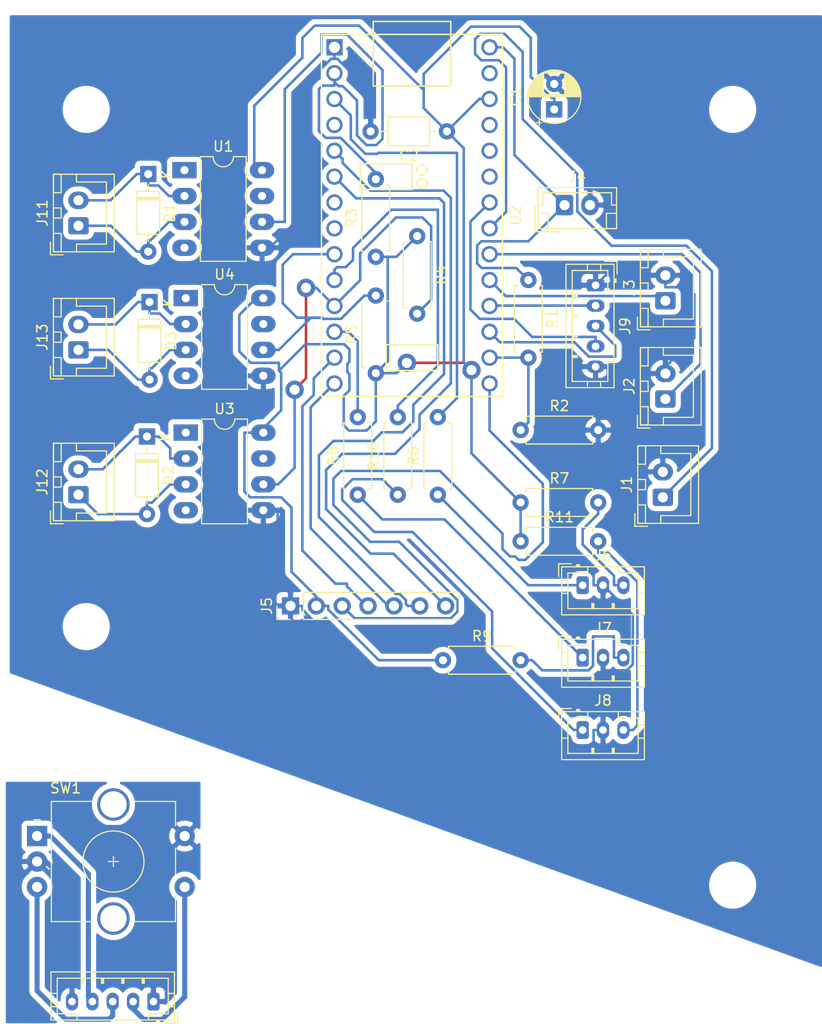
<source format=kicad_pcb>
(kicad_pcb (version 20171130) (host pcbnew 5.1.9+dfsg1-1)
  (layers (0 F.Cu signal) (31 B.Cu signal) (34 B.Paste user hide) (35 F.Paste user hide) (36 B.SilkS user hide) (37 F.SilkS user hide) (38 B.Mask user hide) (39 F.Mask user hide) (44 Edge.Cuts user hide))
  (net 0 "")
  (net 1 +3V3)
  (net 2 GND)
  (net 3 "Net-(D1-Pad1)")
  (net 4 "Net-(D1-Pad2)")
  (net 5 "Net-(D2-Pad2)")
  (net 6 "Net-(D2-Pad1)")
  (net 7 "Net-(D3-Pad1)")
  (net 8 "Net-(D3-Pad2)")
  (net 9 "Net-(J1-Pad1)")
  (net 10 "Net-(J2-Pad1)")
  (net 11 "Net-(J3-Pad1)")
  (net 12 +5V)
  (net 13 "Net-(J5-Pad3)")
  (net 14 "Net-(J5-Pad4)")
  (net 15 "Net-(J5-Pad5)")
  (net 16 "Net-(J5-Pad6)")
  (net 17 "Net-(J5-Pad7)")
  (net 18 "Net-(J6-Pad1)")
  (net 19 "Net-(J6-Pad3)")
  (net 20 "Net-(J7-Pad3)")
  (net 21 "Net-(J7-Pad1)")
  (net 22 "Net-(J8-Pad1)")
  (net 23 "Net-(J8-Pad3)")
  (net 24 "Net-(J9-Pad4)")
  (net 25 "Net-(J9-Pad3)")
  (net 26 "Net-(J9-Pad2)")
  (net 27 "Net-(J10-Pad1)")
  (net 28 "Net-(J10-Pad2)")
  (net 29 "Net-(J10-Pad3)")
  (net 30 "Net-(J10-Pad4)")
  (net 31 "Net-(R1-Pad2)")
  (net 32 /RX1)
  (net 33 /RX2)
  (net 34 /RX3)
  (net 35 /TX1)
  (net 36 /TX2)
  (net 37 /TX3)
  (net 38 "Net-(U1-Pad1)")
  (net 39 "Net-(U1-Pad7)")
  (net 40 "Net-(U1-Pad4)")
  (net 41 "Net-(U2-Pad28)")
  (net 42 "Net-(U2-Pad29)")
  (net 43 "Net-(U2-Pad30)")
  (net 44 "Net-(U2-Pad32)")
  (net 45 "Net-(U2-Pad8)")
  (net 46 "Net-(U2-Pad7)")
  (net 47 "Net-(U2-Pad4)")
  (net 48 "Net-(U3-Pad4)")
  (net 49 "Net-(U3-Pad7)")
  (net 50 "Net-(U3-Pad1)")
  (net 51 "Net-(U4-Pad1)")
  (net 52 "Net-(U4-Pad7)")
  (net 53 "Net-(U4-Pad4)")
  (module Capacitor_THT:CP_Radial_D5.0mm_P2.50mm (layer F.Cu) (at 104.394 45.72 90)
    (fp_text reference C1 (at 1.25 -3.75 90) (layer F.SilkS))
    (fp_text value "100u chem")
    (pad 1 thru_hole rect (at 0 0 90) (size 1.6 1.6) (drill 0.8) (layers *.Cu *.Mask) (net 1 +3V3))
    (pad 2 thru_hole circle (at 2.5 0 90) (size 1.6 1.6) (drill 0.8) (layers *.Cu *.Mask) (net 2 GND))
  )
  (module Capacitor_THT:C_Axial_L3.8mm_D2.6mm_P7.50mm_Horizontal (layer F.Cu) (at 93.853 47.879 180)
    (fp_text reference C2 (at 3.75 -2.42) (layer F.SilkS))
    (fp_text value "0.1u ceram")
    (pad 1 thru_hole circle (at 0 0 180) (size 1.6 1.6) (drill 0.8) (layers *.Cu *.Mask) (net 1 +3V3))
    (pad 2 thru_hole oval (at 7.5 0 180) (size 1.6 1.6) (drill 0.8) (layers *.Cu *.Mask) (net 2 GND))
  )
  (module Diode_THT:D_DO-35_SOD27_P7.62mm_Horizontal (layer F.Cu) (at 64.516 52.07 270)
    (fp_text reference D1 (at 3.81 -2.12 90) (layer F.SilkS))
    (fp_text value 1N914)
    (fp_text user K (at 0 -1.8 90) (layer F.SilkS))
    (pad 1 thru_hole rect (at 0 0 270) (size 1.6 1.6) (drill 0.8) (layers *.Cu *.Mask) (net 3 "Net-(D1-Pad1)"))
    (pad 2 thru_hole oval (at 7.62 0 270) (size 1.6 1.6) (drill 0.8) (layers *.Cu *.Mask) (net 4 "Net-(D1-Pad2)"))
  )
  (module Diode_THT:D_DO-35_SOD27_P7.62mm_Horizontal (layer F.Cu) (at 64.389 77.851 270)
    (fp_text reference D2 (at 3.81 -2.12 90) (layer F.SilkS))
    (fp_text value 1N914)
    (fp_text user K (at 0 -1.8 90) (layer F.SilkS))
    (pad 2 thru_hole oval (at 7.62 0 270) (size 1.6 1.6) (drill 0.8) (layers *.Cu *.Mask) (net 5 "Net-(D2-Pad2)"))
    (pad 1 thru_hole rect (at 0 0 270) (size 1.6 1.6) (drill 0.8) (layers *.Cu *.Mask) (net 6 "Net-(D2-Pad1)"))
  )
  (module Diode_THT:D_DO-35_SOD27_P7.62mm_Horizontal (layer F.Cu) (at 64.643 64.643 270)
    (fp_text reference D3 (at 3.81 -2.12 90) (layer F.SilkS))
    (fp_text value 1N914)
    (fp_text user K (at 0 -1.8 90) (layer F.SilkS))
    (pad 1 thru_hole rect (at 0 0 270) (size 1.6 1.6) (drill 0.8) (layers *.Cu *.Mask) (net 7 "Net-(D3-Pad1)"))
    (pad 2 thru_hole oval (at 7.62 0 270) (size 1.6 1.6) (drill 0.8) (layers *.Cu *.Mask) (net 8 "Net-(D3-Pad2)"))
  )
  (module Connector_JST:JST_EH_B2B-EH-A_1x02_P2.50mm_Vertical (layer F.Cu) (at 105.41 55.118)
    (fp_text reference J4 (at 1.25 -2.8) (layer F.SilkS))
    (fp_text value "Batt IN")
    (pad 1 thru_hole roundrect (at 0 0) (size 1.7 2) (drill 1) (layers *.Cu *.Mask) (roundrect_rratio 0.147059) (net 12 +5V))
    (pad 2 thru_hole oval (at 2.5 0) (size 1.7 2) (drill 1) (layers *.Cu *.Mask) (net 2 GND))
  )
  (module Connector_JST:JST_PH_B5B-PH-K_1x05_P2.00mm_Vertical (layer F.Cu) (at 108.458 62.992 270)
    (fp_text reference J9 (at 4 -2.9 90) (layer F.SilkS))
    (fp_text value "Rot. Enc. Bk/Or:GND - Re:A - Wh:B - Ye:SW")
    (pad 5 thru_hole oval (at 8 0 270) (size 1.2 1.75) (drill 0.75) (layers *.Cu *.Mask) (net 2 GND))
    (pad 4 thru_hole oval (at 6 0 270) (size 1.2 1.75) (drill 0.75) (layers *.Cu *.Mask) (net 24 "Net-(J9-Pad4)"))
    (pad 3 thru_hole oval (at 4 0 270) (size 1.2 1.75) (drill 0.75) (layers *.Cu *.Mask) (net 25 "Net-(J9-Pad3)"))
    (pad 2 thru_hole oval (at 2 0 270) (size 1.2 1.75) (drill 0.75) (layers *.Cu *.Mask) (net 26 "Net-(J9-Pad2)"))
    (pad 1 thru_hole roundrect (at 0 0 270) (size 1.2 1.75) (drill 0.75) (layers *.Cu *.Mask) (roundrect_rratio 0.208333) (net 2 GND))
  )
  (module Connector_JST:JST_PH_B5B-PH-K_1x05_P2.00mm_Vertical (layer F.Cu) (at 65.024 133.35 180)
    (fp_text reference J10 (at 4 -2.9) (layer F.SilkS))
    (fp_text value Conn_01x05_Female)
    (pad 1 thru_hole roundrect (at 0 0 180) (size 1.2 1.75) (drill 0.75) (layers *.Cu *.Mask) (roundrect_rratio 0.208333) (net 27 "Net-(J10-Pad1)"))
    (pad 2 thru_hole oval (at 2 0 180) (size 1.2 1.75) (drill 0.75) (layers *.Cu *.Mask) (net 28 "Net-(J10-Pad2)"))
    (pad 3 thru_hole oval (at 4 0 180) (size 1.2 1.75) (drill 0.75) (layers *.Cu *.Mask) (net 29 "Net-(J10-Pad3)"))
    (pad 4 thru_hole oval (at 6 0 180) (size 1.2 1.75) (drill 0.75) (layers *.Cu *.Mask) (net 30 "Net-(J10-Pad4)"))
    (pad 5 thru_hole oval (at 8 0 180) (size 1.2 1.75) (drill 0.75) (layers *.Cu *.Mask) (net 27 "Net-(J10-Pad1)"))
  )
  (module Resistor_THT:R_Axial_DIN0207_L6.3mm_D2.5mm_P7.62mm_Horizontal (layer F.Cu) (at 101.854 62.484 270)
    (fp_text reference R1 (at 3.81 -2.37 90) (layer F.SilkS))
    (fp_text value 22k)
    (pad 1 thru_hole circle (at 0 0 270) (size 1.6 1.6) (drill 0.8) (layers *.Cu *.Mask) (net 12 +5V))
    (pad 2 thru_hole oval (at 7.62 0 270) (size 1.6 1.6) (drill 0.8) (layers *.Cu *.Mask) (net 31 "Net-(R1-Pad2)"))
  )
  (module Resistor_THT:R_Axial_DIN0207_L6.3mm_D2.5mm_P7.62mm_Horizontal (layer F.Cu) (at 101.092 77.216)
    (fp_text reference R2 (at 3.81 -2.37) (layer F.SilkS))
    (fp_text value 22k)
    (pad 2 thru_hole oval (at 7.62 0) (size 1.6 1.6) (drill 0.8) (layers *.Cu *.Mask) (net 2 GND))
    (pad 1 thru_hole circle (at 0 0) (size 1.6 1.6) (drill 0.8) (layers *.Cu *.Mask) (net 31 "Net-(R1-Pad2)"))
  )
  (module Resistor_THT:R_Axial_DIN0207_L6.3mm_D2.5mm_P7.62mm_Horizontal (layer F.Cu) (at 86.868 60.198 90)
    (fp_text reference R3 (at 3.81 -2.37 90) (layer F.SilkS))
    (fp_text value 220)
    (pad 2 thru_hole oval (at 7.62 0 90) (size 1.6 1.6) (drill 0.8) (layers *.Cu *.Mask) (net 32 /RX1))
    (pad 1 thru_hole circle (at 0 0 90) (size 1.6 1.6) (drill 0.8) (layers *.Cu *.Mask) (net 1 +3V3))
  )
  (module Resistor_THT:R_Axial_DIN0207_L6.3mm_D2.5mm_P7.62mm_Horizontal (layer F.Cu) (at 90.932 58.166 270)
    (fp_text reference R4 (at 3.81 -2.37 90) (layer F.SilkS))
    (fp_text value 220)
    (pad 1 thru_hole circle (at 0 0 270) (size 1.6 1.6) (drill 0.8) (layers *.Cu *.Mask) (net 1 +3V3))
    (pad 2 thru_hole oval (at 7.62 0 270) (size 1.6 1.6) (drill 0.8) (layers *.Cu *.Mask) (net 33 /RX2))
  )
  (module Resistor_THT:R_Axial_DIN0207_L6.3mm_D2.5mm_P7.62mm_Horizontal (layer F.Cu) (at 86.868 71.628 90)
    (fp_text reference R5 (at 3.81 -2.37 90) (layer F.SilkS))
    (fp_text value 220)
    (pad 2 thru_hole oval (at 7.62 0 90) (size 1.6 1.6) (drill 0.8) (layers *.Cu *.Mask) (net 34 /RX3))
    (pad 1 thru_hole circle (at 0 0 90) (size 1.6 1.6) (drill 0.8) (layers *.Cu *.Mask) (net 1 +3V3))
  )
  (module Resistor_THT:R_Axial_DIN0207_L6.3mm_D2.5mm_P7.62mm_Horizontal (layer F.Cu) (at 92.964 83.566 90)
    (fp_text reference R6 (at 3.81 -2.37 90) (layer F.SilkS))
    (fp_text value 10)
    (pad 1 thru_hole circle (at 0 0 90) (size 1.6 1.6) (drill 0.8) (layers *.Cu *.Mask) (net 18 "Net-(J6-Pad1)"))
    (pad 2 thru_hole oval (at 7.62 0 90) (size 1.6 1.6) (drill 0.8) (layers *.Cu *.Mask) (net 35 /TX1))
  )
  (module Resistor_THT:R_Axial_DIN0207_L6.3mm_D2.5mm_P7.62mm_Horizontal (layer F.Cu) (at 101.092 84.328)
    (fp_text reference R7 (at 3.81 -2.37) (layer F.SilkS))
    (fp_text value 33)
    (pad 1 thru_hole circle (at 0 0) (size 1.6 1.6) (drill 0.8) (layers *.Cu *.Mask) (net 1 +3V3))
    (pad 2 thru_hole oval (at 7.62 0) (size 1.6 1.6) (drill 0.8) (layers *.Cu *.Mask) (net 19 "Net-(J6-Pad3)"))
  )
  (module Resistor_THT:R_Axial_DIN0207_L6.3mm_D2.5mm_P7.62mm_Horizontal (layer F.Cu) (at 85.09 83.566 90)
    (fp_text reference R8 (at 3.81 -2.37 90) (layer F.SilkS))
    (fp_text value 10)
    (pad 2 thru_hole oval (at 7.62 0 90) (size 1.6 1.6) (drill 0.8) (layers *.Cu *.Mask) (net 36 /TX2))
    (pad 1 thru_hole circle (at 0 0 90) (size 1.6 1.6) (drill 0.8) (layers *.Cu *.Mask) (net 21 "Net-(J7-Pad1)"))
  )
  (module Resistor_THT:R_Axial_DIN0207_L6.3mm_D2.5mm_P7.62mm_Horizontal (layer F.Cu) (at 93.472 99.822)
    (fp_text reference R9 (at 3.81 -2.37) (layer F.SilkS))
    (fp_text value 33)
    (pad 1 thru_hole circle (at 0 0) (size 1.6 1.6) (drill 0.8) (layers *.Cu *.Mask) (net 1 +3V3))
    (pad 2 thru_hole oval (at 7.62 0) (size 1.6 1.6) (drill 0.8) (layers *.Cu *.Mask) (net 20 "Net-(J7-Pad3)"))
  )
  (module Resistor_THT:R_Axial_DIN0207_L6.3mm_D2.5mm_P7.62mm_Horizontal (layer F.Cu) (at 89.027 83.566 90)
    (fp_text reference R10 (at 3.81 -2.37 90) (layer F.SilkS))
    (fp_text value 10)
    (pad 1 thru_hole circle (at 0 0 90) (size 1.6 1.6) (drill 0.8) (layers *.Cu *.Mask) (net 22 "Net-(J8-Pad1)"))
    (pad 2 thru_hole oval (at 7.62 0 90) (size 1.6 1.6) (drill 0.8) (layers *.Cu *.Mask) (net 37 /TX3))
  )
  (module Resistor_THT:R_Axial_DIN0207_L6.3mm_D2.5mm_P7.62mm_Horizontal (layer F.Cu) (at 101.092 88.138)
    (fp_text reference R11 (at 3.81 -2.37) (layer F.SilkS))
    (fp_text value 33)
    (pad 2 thru_hole oval (at 7.62 0) (size 1.6 1.6) (drill 0.8) (layers *.Cu *.Mask) (net 23 "Net-(J8-Pad3)"))
    (pad 1 thru_hole circle (at 0 0) (size 1.6 1.6) (drill 0.8) (layers *.Cu *.Mask) (net 1 +3V3))
  )
  (module Rotary_Encoder:RotaryEncoder_Alps_EC11E-Switch_Vertical_H20mm_CircularMountingHoles (layer F.Cu) (at 53.594 117.094)
    (fp_text reference SW1 (at 2.8 -4.7) (layer F.SilkS))
    (fp_text value Rotary_Encoder_Switch)
    (pad S1 thru_hole circle (at 14.5 5) (size 2 2) (drill 1) (layers *.Cu *.Mask) (net 28 "Net-(J10-Pad2)"))
    (pad S2 thru_hole circle (at 14.5 0) (size 2 2) (drill 1) (layers *.Cu *.Mask) (net 27 "Net-(J10-Pad1)"))
    (pad MP thru_hole circle (at 7.5 8.1) (size 3.2 3.2) (drill 2.6) (layers *.Cu *.Mask))
    (pad MP thru_hole circle (at 7.5 -3.1) (size 3.2 3.2) (drill 2.6) (layers *.Cu *.Mask))
    (pad B thru_hole circle (at 0 5) (size 2 2) (drill 1) (layers *.Cu *.Mask) (net 29 "Net-(J10-Pad3)"))
    (pad C thru_hole circle (at 0 2.5) (size 2 2) (drill 1) (layers *.Cu *.Mask) (net 27 "Net-(J10-Pad1)"))
    (pad A thru_hole rect (at 0 0) (size 2 2) (drill 1) (layers *.Cu *.Mask) (net 30 "Net-(J10-Pad4)"))
  )
  (module Package_DIP:DIP-8_W7.62mm_LongPads (layer F.Cu) (at 68.072 51.689)
    (fp_text reference U1 (at 3.81 -2.33) (layer F.SilkS))
    (fp_text value 6N138)
    (pad 1 thru_hole rect (at 0 0) (size 2.4 1.6) (drill 0.8) (layers *.Cu *.Mask) (net 38 "Net-(U1-Pad1)"))
    (pad 5 thru_hole oval (at 7.62 7.62) (size 2.4 1.6) (drill 0.8) (layers *.Cu *.Mask) (net 2 GND))
    (pad 2 thru_hole oval (at 0 2.54) (size 2.4 1.6) (drill 0.8) (layers *.Cu *.Mask) (net 3 "Net-(D1-Pad1)"))
    (pad 6 thru_hole oval (at 7.62 5.08) (size 2.4 1.6) (drill 0.8) (layers *.Cu *.Mask) (net 32 /RX1))
    (pad 3 thru_hole oval (at 0 5.08) (size 2.4 1.6) (drill 0.8) (layers *.Cu *.Mask) (net 4 "Net-(D1-Pad2)"))
    (pad 7 thru_hole oval (at 7.62 2.54) (size 2.4 1.6) (drill 0.8) (layers *.Cu *.Mask) (net 39 "Net-(U1-Pad7)"))
    (pad 4 thru_hole oval (at 0 7.62) (size 2.4 1.6) (drill 0.8) (layers *.Cu *.Mask) (net 40 "Net-(U1-Pad4)"))
    (pad 8 thru_hole oval (at 7.62 0) (size 2.4 1.6) (drill 0.8) (layers *.Cu *.Mask) (net 1 +3V3))
  )
  (module teensy:Teensy30_31_32_breadboard_friendly (layer F.Cu) (at 90.424 56.134 270)
    (fp_text reference U2 (at 0 -10.16 90) (layer F.SilkS))
    (fp_text value Teensy3.2_breadboard_friendly hide)
    (pad 20 thru_hole circle (at 16.51 -7.62 270) (size 1.6 1.6) (drill 1.1) (layers *.Cu *.Mask) (net 13 "Net-(J5-Pad3)"))
    (pad 14 thru_hole circle (at 16.51 7.62 270) (size 1.6 1.6) (drill 1.1) (layers *.Cu *.Mask) (net 15 "Net-(J5-Pad5)"))
    (pad 21 thru_hole circle (at 13.97 -7.62 270) (size 1.6 1.6) (drill 1.1) (layers *.Cu *.Mask) (net 31 "Net-(R1-Pad2)"))
    (pad 22 thru_hole circle (at 11.43 -7.62 270) (size 1.6 1.6) (drill 1.1) (layers *.Cu *.Mask) (net 25 "Net-(J9-Pad3)"))
    (pad 23 thru_hole circle (at 8.89 -7.62 270) (size 1.6 1.6) (drill 1.1) (layers *.Cu *.Mask) (net 26 "Net-(J9-Pad2)"))
    (pad 24 thru_hole circle (at 6.35 -7.62 270) (size 1.6 1.6) (drill 1.1) (layers *.Cu *.Mask) (net 11 "Net-(J3-Pad1)"))
    (pad 25 thru_hole circle (at 3.81 -7.62 270) (size 1.6 1.6) (drill 1.1) (layers *.Cu *.Mask) (net 10 "Net-(J2-Pad1)"))
    (pad 26 thru_hole circle (at 1.27 -7.62 270) (size 1.6 1.6) (drill 1.1) (layers *.Cu *.Mask) (net 9 "Net-(J1-Pad1)"))
    (pad 27 thru_hole circle (at -1.27 -7.62 270) (size 1.6 1.6) (drill 1.1) (layers *.Cu *.Mask) (net 24 "Net-(J9-Pad4)"))
    (pad 28 thru_hole circle (at -3.81 -7.62 270) (size 1.6 1.6) (drill 1.1) (layers *.Cu *.Mask) (net 41 "Net-(U2-Pad28)"))
    (pad 29 thru_hole circle (at -6.35 -7.62 270) (size 1.6 1.6) (drill 1.1) (layers *.Cu *.Mask) (net 42 "Net-(U2-Pad29)"))
    (pad 30 thru_hole circle (at -8.89 -7.62 270) (size 1.6 1.6) (drill 1.1) (layers *.Cu *.Mask) (net 43 "Net-(U2-Pad30)"))
    (pad 31 thru_hole circle (at -11.43 -7.62 270) (size 1.6 1.6) (drill 1.1) (layers *.Cu *.Mask) (net 1 +3V3))
    (pad 32 thru_hole circle (at -13.97 -7.62 270) (size 1.6 1.6) (drill 1.1) (layers *.Cu *.Mask) (net 44 "Net-(U2-Pad32)"))
    (pad 33 thru_hole circle (at -16.51 -7.62 270) (size 1.6 1.6) (drill 1.1) (layers *.Cu *.Mask) (net 12 +5V))
    (pad 13 thru_hole circle (at 13.97 7.62 270) (size 1.6 1.6) (drill 1.1) (layers *.Cu *.Mask) (net 14 "Net-(J5-Pad4)"))
    (pad 12 thru_hole circle (at 11.43 7.62 270) (size 1.6 1.6) (drill 1.1) (layers *.Cu *.Mask) (net 36 /TX2))
    (pad 11 thru_hole circle (at 8.89 7.62 270) (size 1.6 1.6) (drill 1.1) (layers *.Cu *.Mask) (net 33 /RX2))
    (pad 10 thru_hole circle (at 6.35 7.62 270) (size 1.6 1.6) (drill 1.1) (layers *.Cu *.Mask) (net 37 /TX3))
    (pad 9 thru_hole circle (at 3.81 7.62 270) (size 1.6 1.6) (drill 1.1) (layers *.Cu *.Mask) (net 34 /RX3))
    (pad 8 thru_hole circle (at 1.27 7.62 270) (size 1.6 1.6) (drill 1.1) (layers *.Cu *.Mask) (net 45 "Net-(U2-Pad8)"))
    (pad 7 thru_hole circle (at -1.27 7.62 270) (size 1.6 1.6) (drill 1.1) (layers *.Cu *.Mask) (net 46 "Net-(U2-Pad7)"))
    (pad 6 thru_hole circle (at -3.81 7.62 270) (size 1.6 1.6) (drill 1.1) (layers *.Cu *.Mask) (net 16 "Net-(J5-Pad6)"))
    (pad 5 thru_hole circle (at -6.35 7.62 270) (size 1.6 1.6) (drill 1.1) (layers *.Cu *.Mask) (net 17 "Net-(J5-Pad7)"))
    (pad 4 thru_hole circle (at -8.89 7.62 270) (size 1.6 1.6) (drill 1.1) (layers *.Cu *.Mask) (net 47 "Net-(U2-Pad4)"))
    (pad 3 thru_hole circle (at -11.43 7.62 270) (size 1.6 1.6) (drill 1.1) (layers *.Cu *.Mask) (net 35 /TX1))
    (pad 2 thru_hole circle (at -13.97 7.62 270) (size 1.6 1.6) (drill 1.1) (layers *.Cu *.Mask) (net 32 /RX1))
    (pad 1 thru_hole rect (at -16.51 7.62 270) (size 1.6 1.6) (drill 1.1) (layers *.Cu *.Mask) (net 2 GND))
  )
  (module Package_DIP:DIP-8_W7.62mm_LongPads (layer F.Cu) (at 68.199 77.47)
    (fp_text reference U3 (at 3.81 -2.33) (layer F.SilkS))
    (fp_text value 6N138)
    (pad 8 thru_hole oval (at 7.62 0) (size 2.4 1.6) (drill 0.8) (layers *.Cu *.Mask) (net 1 +3V3))
    (pad 4 thru_hole oval (at 0 7.62) (size 2.4 1.6) (drill 0.8) (layers *.Cu *.Mask) (net 48 "Net-(U3-Pad4)"))
    (pad 7 thru_hole oval (at 7.62 2.54) (size 2.4 1.6) (drill 0.8) (layers *.Cu *.Mask) (net 49 "Net-(U3-Pad7)"))
    (pad 3 thru_hole oval (at 0 5.08) (size 2.4 1.6) (drill 0.8) (layers *.Cu *.Mask) (net 5 "Net-(D2-Pad2)"))
    (pad 6 thru_hole oval (at 7.62 5.08) (size 2.4 1.6) (drill 0.8) (layers *.Cu *.Mask) (net 33 /RX2))
    (pad 2 thru_hole oval (at 0 2.54) (size 2.4 1.6) (drill 0.8) (layers *.Cu *.Mask) (net 6 "Net-(D2-Pad1)"))
    (pad 5 thru_hole oval (at 7.62 7.62) (size 2.4 1.6) (drill 0.8) (layers *.Cu *.Mask) (net 2 GND))
    (pad 1 thru_hole rect (at 0 0) (size 2.4 1.6) (drill 0.8) (layers *.Cu *.Mask) (net 50 "Net-(U3-Pad1)"))
  )
  (module Package_DIP:DIP-8_W7.62mm_LongPads (layer F.Cu) (at 68.199 64.262)
    (fp_text reference U4 (at 3.81 -2.33) (layer F.SilkS))
    (fp_text value 6N138)
    (pad 1 thru_hole rect (at 0 0) (size 2.4 1.6) (drill 0.8) (layers *.Cu *.Mask) (net 51 "Net-(U4-Pad1)"))
    (pad 5 thru_hole oval (at 7.62 7.62) (size 2.4 1.6) (drill 0.8) (layers *.Cu *.Mask) (net 2 GND))
    (pad 2 thru_hole oval (at 0 2.54) (size 2.4 1.6) (drill 0.8) (layers *.Cu *.Mask) (net 7 "Net-(D3-Pad1)"))
    (pad 6 thru_hole oval (at 7.62 5.08) (size 2.4 1.6) (drill 0.8) (layers *.Cu *.Mask) (net 34 /RX3))
    (pad 3 thru_hole oval (at 0 5.08) (size 2.4 1.6) (drill 0.8) (layers *.Cu *.Mask) (net 8 "Net-(D3-Pad2)"))
    (pad 7 thru_hole oval (at 7.62 2.54) (size 2.4 1.6) (drill 0.8) (layers *.Cu *.Mask) (net 52 "Net-(U4-Pad7)"))
    (pad 4 thru_hole oval (at 0 7.62) (size 2.4 1.6) (drill 0.8) (layers *.Cu *.Mask) (net 53 "Net-(U4-Pad4)"))
    (pad 8 thru_hole oval (at 7.62 0) (size 2.4 1.6) (drill 0.8) (layers *.Cu *.Mask) (net 1 +3V3))
  )
  (module Connector_JST:JST_XH_B2B-XH-A_1x02_P2.50mm_Vertical (layer F.Cu) (at 115.062 83.82 90)
    (fp_text reference J1 (at 1.25 -3.55 90) (layer F.SilkS))
    (fp_text value SW1)
    (pad 2 thru_hole oval (at 2.5 0 90) (size 1.7 2) (drill 1) (layers *.Cu *.Mask) (net 2 GND))
    (pad 1 thru_hole roundrect (at 0 0 90) (size 1.7 2) (drill 1) (layers *.Cu *.Mask) (roundrect_rratio 0.147059) (net 9 "Net-(J1-Pad1)"))
  )
  (module Connector_JST:JST_XH_B2B-XH-A_1x02_P2.50mm_Vertical (layer F.Cu) (at 115.316 74.168 90)
    (fp_text reference J2 (at 1.25 -3.55 90) (layer F.SilkS))
    (fp_text value SW2)
    (pad 2 thru_hole oval (at 2.5 0 90) (size 1.7 2) (drill 1) (layers *.Cu *.Mask) (net 2 GND))
    (pad 1 thru_hole roundrect (at 0 0 90) (size 1.7 2) (drill 1) (layers *.Cu *.Mask) (roundrect_rratio 0.147059) (net 10 "Net-(J2-Pad1)"))
  )
  (module Connector_JST:JST_XH_B2B-XH-A_1x02_P2.50mm_Vertical (layer F.Cu) (at 115.316 64.516 90)
    (fp_text reference J3 (at 1.25 -3.55 90) (layer F.SilkS))
    (fp_text value SW3)
    (pad 1 thru_hole roundrect (at 0 0 90) (size 1.7 2) (drill 1) (layers *.Cu *.Mask) (roundrect_rratio 0.147059) (net 11 "Net-(J3-Pad1)"))
    (pad 2 thru_hole oval (at 2.5 0 90) (size 1.7 2) (drill 1) (layers *.Cu *.Mask) (net 2 GND))
  )
  (module Connector_PinHeader_2.54mm:PinHeader_1x07_P2.54mm_Vertical (layer F.Cu) (at 78.486 94.488 90)
    (fp_text reference J5 (at 0 -2.33 90) (layer F.SilkS))
    (fp_text value "SSD1306 SPI")
    (pad 1 thru_hole rect (at 0 0 90) (size 1.7 1.7) (drill 1) (layers *.Cu *.Mask) (net 2 GND))
    (pad 2 thru_hole oval (at 0 2.54 90) (size 1.7 1.7) (drill 1) (layers *.Cu *.Mask) (net 1 +3V3))
    (pad 3 thru_hole oval (at 0 5.08 90) (size 1.7 1.7) (drill 1) (layers *.Cu *.Mask) (net 13 "Net-(J5-Pad3)"))
    (pad 4 thru_hole oval (at 0 7.62 90) (size 1.7 1.7) (drill 1) (layers *.Cu *.Mask) (net 14 "Net-(J5-Pad4)"))
    (pad 5 thru_hole oval (at 0 10.16 90) (size 1.7 1.7) (drill 1) (layers *.Cu *.Mask) (net 15 "Net-(J5-Pad5)"))
    (pad 6 thru_hole oval (at 0 12.7 90) (size 1.7 1.7) (drill 1) (layers *.Cu *.Mask) (net 16 "Net-(J5-Pad6)"))
    (pad 7 thru_hole oval (at 0 15.24 90) (size 1.7 1.7) (drill 1) (layers *.Cu *.Mask) (net 17 "Net-(J5-Pad7)"))
  )
  (module Connector_JST:JST_PH_B3B-PH-K_1x03_P2.00mm_Vertical (layer F.Cu) (at 107.188 92.456)
    (fp_text reference J6 (at 2 -2.9) (layer F.SilkS))
    (fp_text value "MIDI OUT 1 -Y:M5 R:M4")
    (pad 1 thru_hole roundrect (at 0 0) (size 1.2 1.75) (drill 0.75) (layers *.Cu *.Mask) (roundrect_rratio 0.208333) (net 18 "Net-(J6-Pad1)"))
    (pad 2 thru_hole oval (at 2 0) (size 1.2 1.75) (drill 0.75) (layers *.Cu *.Mask) (net 2 GND))
    (pad 3 thru_hole oval (at 4 0) (size 1.2 1.75) (drill 0.75) (layers *.Cu *.Mask) (net 19 "Net-(J6-Pad3)"))
  )
  (module Connector_JST:JST_PH_B3B-PH-K_1x03_P2.00mm_Vertical (layer F.Cu) (at 107.188 99.568)
    (fp_text reference J7 (at 2 -2.9) (layer F.SilkS))
    (fp_text value "MIDI OUT 2 -Y:M5 R:M4")
    (pad 3 thru_hole oval (at 4 0) (size 1.2 1.75) (drill 0.75) (layers *.Cu *.Mask) (net 20 "Net-(J7-Pad3)"))
    (pad 2 thru_hole oval (at 2 0) (size 1.2 1.75) (drill 0.75) (layers *.Cu *.Mask) (net 2 GND))
    (pad 1 thru_hole roundrect (at 0 0) (size 1.2 1.75) (drill 0.75) (layers *.Cu *.Mask) (roundrect_rratio 0.208333) (net 21 "Net-(J7-Pad1)"))
  )
  (module Connector_JST:JST_PH_B3B-PH-K_1x03_P2.00mm_Vertical (layer F.Cu) (at 107.188 106.68)
    (fp_text reference J8 (at 2 -2.9) (layer F.SilkS))
    (fp_text value "MIDI OUT 3 -Y:M5 R:M4")
    (pad 1 thru_hole roundrect (at 0 0) (size 1.2 1.75) (drill 0.75) (layers *.Cu *.Mask) (roundrect_rratio 0.208333) (net 22 "Net-(J8-Pad1)"))
    (pad 2 thru_hole oval (at 2 0) (size 1.2 1.75) (drill 0.75) (layers *.Cu *.Mask) (net 2 GND))
    (pad 3 thru_hole oval (at 4 0) (size 1.2 1.75) (drill 0.75) (layers *.Cu *.Mask) (net 23 "Net-(J8-Pad3)"))
  )
  (module Connector_JST:JST_XH_B2B-XH-A_1x02_P2.50mm_Vertical (layer F.Cu) (at 57.658 57.15 90)
    (fp_text reference J11 (at 1.25 -3.55 90) (layer F.SilkS))
    (fp_text value "MIDI IN 1 - Bk:M5 R:M4")
    (pad 1 thru_hole roundrect (at 0 0 90) (size 1.7 2) (drill 1) (layers *.Cu *.Mask) (roundrect_rratio 0.147059) (net 4 "Net-(D1-Pad2)"))
    (pad 2 thru_hole oval (at 2.5 0 90) (size 1.7 2) (drill 1) (layers *.Cu *.Mask) (net 3 "Net-(D1-Pad1)"))
  )
  (module Connector_JST:JST_XH_B2B-XH-A_1x02_P2.50mm_Vertical (layer F.Cu) (at 57.658 83.566 90)
    (fp_text reference J12 (at 1.25 -3.55 90) (layer F.SilkS))
    (fp_text value "MIDI IN 2 - Bk:M5 R:M4")
    (pad 2 thru_hole oval (at 2.5 0 90) (size 1.7 2) (drill 1) (layers *.Cu *.Mask) (net 6 "Net-(D2-Pad1)"))
    (pad 1 thru_hole roundrect (at 0 0 90) (size 1.7 2) (drill 1) (layers *.Cu *.Mask) (roundrect_rratio 0.147059) (net 5 "Net-(D2-Pad2)"))
  )
  (module Connector_JST:JST_XH_B2B-XH-A_1x02_P2.50mm_Vertical (layer F.Cu) (at 57.658 69.342 90)
    (fp_text reference J13 (at 1.25 -3.55 90) (layer F.SilkS))
    (fp_text value "MIDI IN 3 - Bk:M5 R:M4")
    (pad 1 thru_hole roundrect (at 0 0 90) (size 1.7 2) (drill 1) (layers *.Cu *.Mask) (roundrect_rratio 0.147059) (net 8 "Net-(D3-Pad2)"))
    (pad 2 thru_hole oval (at 2.5 0 90) (size 1.7 2) (drill 1) (layers *.Cu *.Mask) (net 7 "Net-(D3-Pad1)"))
  )
  (segment (start 88.0427 60.198) (end 88.9 60.198) (width 0.25) (layer B.Cu) (net 1))
  (segment (start 88.9 60.198) (end 90.932 58.166) (width 0.25) (layer B.Cu) (net 1))
  (segment (start 86.868 60.198) (end 88.0427 60.198) (width 0.25) (layer B.Cu) (net 1))
  (segment (start 86.868 71.628) (end 88.0427 70.4533) (width 0.25) (layer B.Cu) (net 1))
  (segment (start 88.0427 70.4533) (end 88.0427 60.198) (width 0.25) (layer B.Cu) (net 1))
  (segment (start 75.819 77.47) (end 75.3855 77.47) (width 0.25) (layer B.Cu) (net 1))
  (segment (start 81.026 94.488) (end 82.2013 94.488) (width 0.25) (layer B.Cu) (net 1))
  (segment (start 93.853 47.879) (end 91.5735 45.5995) (width 0.25) (layer B.Cu) (net 1))
  (segment (start 91.5735 45.5995) (end 91.5735 43.8332) (width 0.25) (layer B.Cu) (net 1))
  (segment (start 82.2013 94.488) (end 82.2013 94.8553) (width 0.25) (layer B.Cu) (net 1))
  (segment (start 82.2013 94.8553) (end 87.168 99.822) (width 0.25) (layer B.Cu) (net 1))
  (segment (start 87.168 99.822) (end 93.472 99.822) (width 0.25) (layer B.Cu) (net 1))
  (segment (start 98.044 44.704) (end 97.028 44.704) (width 0.25) (layer B.Cu) (net 1))
  (segment (start 97.028 44.704) (end 93.853 47.879) (width 0.25) (layer B.Cu) (net 1))
  (segment (start 101.092 88.138) (end 101.092 84.328) (width 0.25) (layer B.Cu) (net 1))
  (segment (start 86.868 71.628) (end 88.9 71.628) (width 0.25) (layer B.Cu) (net 1))
  (segment (start 88.9 71.628) (end 89.916 70.612) (width 0.25) (layer B.Cu) (net 1))
  (segment (start 89.916 70.612) (end 89.916 70.612) (width 0.25) (layer B.Cu) (net 1))
  (via (at 89.916 70.612) (size 1.8) (drill 1) (layers F.Cu B.Cu) (net 1))
  (segment (start 74.9294 51.689) (end 75.692 51.689) (width 0.25) (layer B.Cu) (net 1))
  (segment (start 74.9294 45.3653) (end 74.9294 51.689) (width 0.25) (layer B.Cu) (net 1))
  (segment (start 79.6544 40.6403) (end 74.9294 45.3653) (width 0.25) (layer B.Cu) (net 1))
  (segment (start 79.6544 38.7096) (end 79.6544 40.6403) (width 0.25) (layer B.Cu) (net 1))
  (segment (start 80.8736 37.4904) (end 79.6544 38.7096) (width 0.25) (layer B.Cu) (net 1))
  (segment (start 85.2307 37.4904) (end 80.8736 37.4904) (width 0.25) (layer B.Cu) (net 1))
  (segment (start 91.5735 43.8332) (end 85.2307 37.4904) (width 0.25) (layer B.Cu) (net 1))
  (segment (start 96.266 79.502) (end 96.266 71.3232) (width 0.25) (layer B.Cu) (net 1))
  (segment (start 89.916 70.612) (end 95.5548 70.612) (width 0.25) (layer F.Cu) (net 1))
  (segment (start 101.092 84.328) (end 96.266 79.502) (width 0.25) (layer B.Cu) (net 1))
  (via (at 96.266 71.3232) (size 1.8) (drill 1) (layers F.Cu B.Cu) (net 1))
  (segment (start 95.5548 70.612) (end 96.266 71.3232) (width 0.25) (layer F.Cu) (net 1))
  (segment (start 95.504 70.5612) (end 96.266 71.3232) (width 0.25) (layer B.Cu) (net 1))
  (segment (start 95.504 49.53) (end 95.504 70.5612) (width 0.25) (layer B.Cu) (net 1))
  (segment (start 93.853 47.879) (end 95.504 49.53) (width 0.25) (layer B.Cu) (net 1))
  (segment (start 91.5735 42.2337) (end 91.5735 43.8332) (width 0.25) (layer B.Cu) (net 1))
  (segment (start 96.2152 37.592) (end 91.5735 42.2337) (width 0.25) (layer B.Cu) (net 1))
  (segment (start 102.0893 42.5176) (end 102.0893 38.6909) (width 0.25) (layer B.Cu) (net 1))
  (segment (start 100.9904 37.592) (end 96.2152 37.592) (width 0.25) (layer B.Cu) (net 1))
  (segment (start 104.1664 44.5947) (end 102.0893 42.5176) (width 0.25) (layer B.Cu) (net 1))
  (segment (start 102.0893 38.6909) (end 100.9904 37.592) (width 0.25) (layer B.Cu) (net 1))
  (segment (start 104.394 44.5947) (end 104.1664 44.5947) (width 0.25) (layer B.Cu) (net 1))
  (segment (start 104.394 45.72) (end 104.394 44.5947) (width 0.25) (layer B.Cu) (net 1))
  (segment (start 86.868 71.628) (end 86.868 76.3524) (width 0.25) (layer B.Cu) (net 1))
  (segment (start 86.868 76.3524) (end 85.9536 77.2668) (width 0.25) (layer B.Cu) (net 1))
  (segment (start 84.2264 77.2668) (end 83.7184 76.7588) (width 0.25) (layer B.Cu) (net 1))
  (segment (start 84.2772 73.3044) (end 84.2772 71.7296) (width 0.25) (layer B.Cu) (net 1))
  (segment (start 83.7184 76.7588) (end 83.7184 73.8632) (width 0.25) (layer B.Cu) (net 1))
  (segment (start 83.7184 73.8632) (end 84.2772 73.3044) (width 0.25) (layer B.Cu) (net 1))
  (segment (start 85.9536 77.2668) (end 84.2264 77.2668) (width 0.25) (layer B.Cu) (net 1))
  (segment (start 84.2772 71.7296) (end 84.074 71.5264) (width 0.25) (layer B.Cu) (net 1))
  (segment (start 84.074 70.7136) (end 84.2772 70.5104) (width 0.25) (layer B.Cu) (net 1))
  (segment (start 79.9529 68.7832) (end 77.3526 71.3835) (width 0.25) (layer B.Cu) (net 1))
  (segment (start 84.074 71.5264) (end 84.074 70.7136) (width 0.25) (layer B.Cu) (net 1))
  (segment (start 84.2772 70.5104) (end 84.2772 69.2912) (width 0.25) (layer B.Cu) (net 1))
  (segment (start 84.2772 69.2912) (end 83.7692 68.7832) (width 0.25) (layer B.Cu) (net 1))
  (segment (start 83.7692 68.7832) (end 79.9529 68.7832) (width 0.25) (layer B.Cu) (net 1))
  (segment (start 73.4568 69.4944) (end 73.4568 65.9107) (width 0.25) (layer B.Cu) (net 1))
  (segment (start 74.5744 70.612) (end 73.4568 69.4944) (width 0.25) (layer B.Cu) (net 1))
  (segment (start 73.4568 65.9107) (end 75.1055 64.262) (width 0.25) (layer B.Cu) (net 1))
  (segment (start 77.3526 70.612) (end 74.5744 70.612) (width 0.25) (layer B.Cu) (net 1))
  (segment (start 75.1055 64.262) (end 75.819 64.262) (width 0.25) (layer B.Cu) (net 1))
  (segment (start 77.3526 71.3835) (end 77.3526 70.612) (width 0.25) (layer B.Cu) (net 1))
  (segment (start 77.5716 71.6025) (end 77.3526 71.3835) (width 0.25) (layer B.Cu) (net 1))
  (segment (start 77.5716 75.2839) (end 77.5716 71.6025) (width 0.25) (layer B.Cu) (net 1))
  (segment (start 75.3855 77.47) (end 77.5716 75.2839) (width 0.25) (layer B.Cu) (net 1))
  (segment (start 78.5876 84.836) (end 78.5876 91.1352) (width 0.25) (layer B.Cu) (net 1))
  (segment (start 77.5716 83.82) (end 78.5876 84.836) (width 0.25) (layer B.Cu) (net 1))
  (segment (start 74.5236 83.82) (end 77.5716 83.82) (width 0.25) (layer B.Cu) (net 1))
  (segment (start 78.5876 91.1352) (end 81.026 93.5736) (width 0.25) (layer B.Cu) (net 1))
  (segment (start 73.9648 83.2612) (end 74.5236 83.82) (width 0.25) (layer B.Cu) (net 1))
  (segment (start 81.026 93.5736) (end 81.026 94.488) (width 0.25) (layer B.Cu) (net 1))
  (segment (start 73.9648 77.47) (end 73.9648 83.2612) (width 0.25) (layer B.Cu) (net 1))
  (segment (start 75.3855 77.47) (end 73.9648 77.47) (width 0.25) (layer B.Cu) (net 1))
  (segment (start 74.2937 71.882) (end 73.8087 71.882) (width 0.25) (layer B.Cu) (net 2))
  (segment (start 108.712 77.216) (end 108.712 76.0907) (width 0.25) (layer B.Cu) (net 2))
  (segment (start 109.6583 71.668) (end 109.6583 76.0907) (width 0.25) (layer B.Cu) (net 2))
  (segment (start 109.6583 70.992) (end 109.6583 71.668) (width 0.25) (layer B.Cu) (net 2))
  (segment (start 113.9907 71.668) (end 109.6583 71.668) (width 0.25) (layer B.Cu) (net 2))
  (segment (start 109.6583 76.0907) (end 108.712 76.0907) (width 0.25) (layer B.Cu) (net 2))
  (segment (start 115.062 80.1447) (end 111.008 76.0907) (width 0.25) (layer B.Cu) (net 2))
  (segment (start 111.008 76.0907) (end 109.6583 76.0907) (width 0.25) (layer B.Cu) (net 2))
  (segment (start 82.804 40.7493) (end 83.0853 40.7493) (width 0.25) (layer B.Cu) (net 2))
  (segment (start 83.0853 40.7493) (end 86.353 44.017) (width 0.25) (layer B.Cu) (net 2))
  (segment (start 86.353 44.017) (end 86.353 47.879) (width 0.25) (layer B.Cu) (net 2))
  (segment (start 75.819 71.882) (end 74.2937 71.882) (width 0.25) (layer B.Cu) (net 2))
  (segment (start 76.2525 85.09) (end 77.2317 85.09) (width 0.25) (layer B.Cu) (net 2))
  (segment (start 108.8255 70.992) (end 108.458 70.992) (width 0.25) (layer B.Cu) (net 2))
  (segment (start 108.8255 70.992) (end 109.6583 70.992) (width 0.25) (layer B.Cu) (net 2))
  (segment (start 78.486 94.488) (end 78.486 93.3127) (width 0.25) (layer B.Cu) (net 2))
  (segment (start 75.819 85.09) (end 76.2525 85.09) (width 0.25) (layer B.Cu) (net 2))
  (segment (start 77.2317 85.09) (end 77.2317 92.0584) (width 0.25) (layer B.Cu) (net 2))
  (segment (start 77.2317 92.0584) (end 78.486 93.3127) (width 0.25) (layer B.Cu) (net 2))
  (segment (start 114.6534 71.668) (end 113.9907 71.668) (width 0.25) (layer B.Cu) (net 2))
  (segment (start 115.316 71.668) (end 114.6534 71.668) (width 0.25) (layer B.Cu) (net 2))
  (segment (start 115.062 81.32) (end 115.062 80.1447) (width 0.25) (layer B.Cu) (net 2))
  (segment (start 107.91 55.118) (end 107.91 46.736) (width 0.25) (layer B.Cu) (net 2))
  (segment (start 107.91 46.736) (end 104.394 43.22) (width 0.25) (layer B.Cu) (net 2))
  (segment (start 115.316 62.016) (end 109.434 62.016) (width 0.25) (layer B.Cu) (net 2))
  (segment (start 109.434 62.016) (end 108.458 62.992) (width 0.25) (layer B.Cu) (net 2))
  (segment (start 109.188 100.815) (end 109.188 106.68) (width 0.25) (layer B.Cu) (net 2))
  (segment (start 82.804 39.624) (end 82.804 40.7493) (width 0.25) (layer B.Cu) (net 2))
  (segment (start 109.188 100.815) (end 111.5299 100.815) (width 0.25) (layer B.Cu) (net 2))
  (segment (start 111.5299 100.815) (end 112.1133 100.2316) (width 0.25) (layer B.Cu) (net 2))
  (segment (start 112.1133 100.2316) (end 112.1133 95.3813) (width 0.25) (layer B.Cu) (net 2))
  (segment (start 112.1133 95.3813) (end 109.188 92.456) (width 0.25) (layer B.Cu) (net 2))
  (segment (start 109.188 100.815) (end 109.188 99.568) (width 0.25) (layer B.Cu) (net 2))
  (segment (start 115.316 63.1913) (end 115.316 62.016) (width 0.25) (layer B.Cu) (net 2))
  (segment (start 117.4457 63.1913) (end 115.316 63.1913) (width 0.25) (layer B.Cu) (net 2))
  (segment (start 118.1608 63.9064) (end 117.4457 63.1913) (width 0.25) (layer B.Cu) (net 2))
  (segment (start 118.1608 68.1606) (end 118.1608 63.9064) (width 0.25) (layer B.Cu) (net 2))
  (segment (start 114.6534 71.668) (end 118.1608 68.1606) (width 0.25) (layer B.Cu) (net 2))
  (segment (start 117.9068 86.5124) (end 121.158 83.2612) (width 0.25) (layer B.Cu) (net 2))
  (segment (start 121.158 83.2612) (end 121.158 60.6044) (width 0.25) (layer B.Cu) (net 2))
  (segment (start 113.6051 86.5124) (end 117.9068 86.5124) (width 0.25) (layer B.Cu) (net 2))
  (segment (start 109.1855 82.0928) (end 113.6051 86.5124) (width 0.25) (layer B.Cu) (net 2))
  (segment (start 115.6716 55.118) (end 107.91 55.118) (width 0.25) (layer B.Cu) (net 2))
  (segment (start 121.158 60.6044) (end 115.6716 55.118) (width 0.25) (layer B.Cu) (net 2))
  (segment (start 108.712 82.0928) (end 109.1855 82.0928) (width 0.25) (layer B.Cu) (net 2))
  (segment (start 108.2627 92.456) (end 109.188 92.456) (width 0.25) (layer B.Cu) (net 2))
  (segment (start 108.2627 91.5307) (end 108.2627 92.456) (width 0.25) (layer B.Cu) (net 2))
  (segment (start 106.0704 89.3384) (end 108.2627 91.5307) (width 0.25) (layer B.Cu) (net 2))
  (segment (start 106.0704 84.4804) (end 106.0704 89.3384) (width 0.25) (layer B.Cu) (net 2))
  (segment (start 108.5088 82.2452) (end 108.3056 82.2452) (width 0.25) (layer B.Cu) (net 2))
  (segment (start 108.712 82.042) (end 108.5088 82.2452) (width 0.25) (layer B.Cu) (net 2))
  (segment (start 108.3056 82.2452) (end 106.0704 84.4804) (width 0.25) (layer B.Cu) (net 2))
  (segment (start 108.712 77.216) (end 108.712 82.042) (width 0.25) (layer B.Cu) (net 2))
  (segment (start 79.6613 94.8553) (end 79.6613 94.488) (width 0.25) (layer B.Cu) (net 2))
  (segment (start 93.1116 108.3056) (end 79.6613 94.8553) (width 0.25) (layer B.Cu) (net 2))
  (segment (start 108.2627 108.3056) (end 93.1116 108.3056) (width 0.25) (layer B.Cu) (net 2))
  (segment (start 108.2627 106.68) (end 108.2627 108.3056) (width 0.25) (layer B.Cu) (net 2))
  (segment (start 79.6613 94.488) (end 78.486 94.488) (width 0.25) (layer B.Cu) (net 2))
  (segment (start 109.188 106.68) (end 108.2627 106.68) (width 0.25) (layer B.Cu) (net 2))
  (segment (start 82.4915 40.7493) (end 82.804 40.7493) (width 0.25) (layer B.Cu) (net 2))
  (segment (start 80.1304 55.6333) (end 80.1304 43.1104) (width 0.25) (layer B.Cu) (net 2))
  (segment (start 80.1304 43.1104) (end 82.4915 40.7493) (width 0.25) (layer B.Cu) (net 2))
  (segment (start 76.4547 59.309) (end 80.1304 55.6333) (width 0.25) (layer B.Cu) (net 2))
  (segment (start 75.692 59.309) (end 76.4547 59.309) (width 0.25) (layer B.Cu) (net 2))
  (segment (start 71.9836 73.7071) (end 73.8087 71.882) (width 0.25) (layer B.Cu) (net 2))
  (segment (start 71.9836 82.7799) (end 71.9836 73.7071) (width 0.25) (layer B.Cu) (net 2))
  (segment (start 74.2937 85.09) (end 71.9836 82.7799) (width 0.25) (layer B.Cu) (net 2))
  (segment (start 75.819 85.09) (end 74.2937 85.09) (width 0.25) (layer B.Cu) (net 2))
  (segment (start 74.1667 59.309) (end 75.692 59.309) (width 0.25) (layer B.Cu) (net 2))
  (segment (start 72.0344 61.4413) (end 74.1667 59.309) (width 0.25) (layer B.Cu) (net 2))
  (segment (start 72.0344 70.1077) (end 72.0344 61.4413) (width 0.25) (layer B.Cu) (net 2))
  (segment (start 73.8087 71.882) (end 72.0344 70.1077) (width 0.25) (layer B.Cu) (net 2))
  (segment (start 64.516 52.07) (end 64.516 53.1953) (width 0.25) (layer B.Cu) (net 3))
  (segment (start 68.072 54.229) (end 66.5467 54.229) (width 0.25) (layer B.Cu) (net 3))
  (segment (start 66.5467 54.229) (end 65.513 53.1953) (width 0.25) (layer B.Cu) (net 3))
  (segment (start 65.513 53.1953) (end 64.516 53.1953) (width 0.25) (layer B.Cu) (net 3))
  (segment (start 64.516 52.07) (end 63.3907 52.07) (width 0.25) (layer B.Cu) (net 3))
  (segment (start 57.658 54.65) (end 60.8107 54.65) (width 0.25) (layer B.Cu) (net 3))
  (segment (start 60.8107 54.65) (end 63.3907 52.07) (width 0.25) (layer B.Cu) (net 3))
  (segment (start 64.516 59.69) (end 64.516 58.5647) (width 0.25) (layer B.Cu) (net 4))
  (segment (start 68.072 56.769) (end 66.5467 56.769) (width 0.25) (layer B.Cu) (net 4))
  (segment (start 66.5467 56.769) (end 64.751 58.5647) (width 0.25) (layer B.Cu) (net 4))
  (segment (start 64.751 58.5647) (end 64.516 58.5647) (width 0.25) (layer B.Cu) (net 4))
  (segment (start 64.516 59.69) (end 63.3907 59.69) (width 0.25) (layer B.Cu) (net 4))
  (segment (start 57.658 57.15) (end 60.8507 57.15) (width 0.25) (layer B.Cu) (net 4))
  (segment (start 60.8507 57.15) (end 63.3907 59.69) (width 0.25) (layer B.Cu) (net 4))
  (segment (start 64.389 85.471) (end 64.389 84.3457) (width 0.25) (layer B.Cu) (net 5))
  (segment (start 68.199 82.55) (end 66.6737 82.55) (width 0.25) (layer B.Cu) (net 5))
  (segment (start 66.6737 82.55) (end 64.878 84.3457) (width 0.25) (layer B.Cu) (net 5))
  (segment (start 64.878 84.3457) (end 64.389 84.3457) (width 0.25) (layer B.Cu) (net 5))
  (segment (start 57.658 83.566) (end 59.563 85.471) (width 0.25) (layer B.Cu) (net 5))
  (segment (start 59.563 85.471) (end 64.389 85.471) (width 0.25) (layer B.Cu) (net 5))
  (segment (start 68.199 80.01) (end 66.6737 80.01) (width 0.25) (layer B.Cu) (net 6))
  (segment (start 64.389 77.851) (end 65.5143 77.851) (width 0.25) (layer B.Cu) (net 6))
  (segment (start 66.6737 80.01) (end 66.6737 79.0104) (width 0.25) (layer B.Cu) (net 6))
  (segment (start 66.6737 79.0104) (end 65.5143 77.851) (width 0.25) (layer B.Cu) (net 6))
  (segment (start 64.389 77.851) (end 63.2637 77.851) (width 0.25) (layer B.Cu) (net 6))
  (segment (start 57.658 81.066) (end 60.0487 81.066) (width 0.25) (layer B.Cu) (net 6))
  (segment (start 60.0487 81.066) (end 63.2637 77.851) (width 0.25) (layer B.Cu) (net 6))
  (segment (start 64.643 64.643) (end 64.643 65.7683) (width 0.25) (layer B.Cu) (net 7))
  (segment (start 68.199 66.802) (end 66.6737 66.802) (width 0.25) (layer B.Cu) (net 7))
  (segment (start 66.6737 66.802) (end 65.64 65.7683) (width 0.25) (layer B.Cu) (net 7))
  (segment (start 65.64 65.7683) (end 64.643 65.7683) (width 0.25) (layer B.Cu) (net 7))
  (segment (start 64.643 64.643) (end 63.5177 64.643) (width 0.25) (layer B.Cu) (net 7))
  (segment (start 57.658 66.842) (end 61.3187 66.842) (width 0.25) (layer B.Cu) (net 7))
  (segment (start 61.3187 66.842) (end 63.5177 64.643) (width 0.25) (layer B.Cu) (net 7))
  (segment (start 64.643 72.263) (end 64.643 71.1377) (width 0.25) (layer B.Cu) (net 8))
  (segment (start 68.199 69.342) (end 66.6737 69.342) (width 0.25) (layer B.Cu) (net 8))
  (segment (start 66.6737 69.342) (end 64.878 71.1377) (width 0.25) (layer B.Cu) (net 8))
  (segment (start 64.878 71.1377) (end 64.643 71.1377) (width 0.25) (layer B.Cu) (net 8))
  (segment (start 64.643 72.263) (end 63.5177 72.263) (width 0.25) (layer B.Cu) (net 8))
  (segment (start 57.658 69.342) (end 60.5967 69.342) (width 0.25) (layer B.Cu) (net 8))
  (segment (start 60.5967 69.342) (end 63.5177 72.263) (width 0.25) (layer B.Cu) (net 8))
  (segment (start 119.888 78.994) (end 115.062 83.82) (width 0.25) (layer B.Cu) (net 9))
  (segment (start 119.888 61.6204) (end 119.888 78.994) (width 0.25) (layer B.Cu) (net 9))
  (segment (start 117.3774 59.1098) (end 119.888 61.6204) (width 0.25) (layer B.Cu) (net 9))
  (segment (start 98.044 57.404) (end 99.6696 55.7784) (width 0.25) (layer B.Cu) (net 9))
  (segment (start 110.0212 59.1098) (end 117.3774 59.1098) (width 0.25) (layer B.Cu) (net 9))
  (segment (start 96.6216 38.8112) (end 97.1296 38.3032) (width 0.25) (layer B.Cu) (net 9))
  (segment (start 99.6696 55.7784) (end 99.6696 41.6052) (width 0.25) (layer B.Cu) (net 9))
  (segment (start 99.6696 41.6052) (end 98.9584 40.894) (width 0.25) (layer B.Cu) (net 9))
  (segment (start 97.2312 40.894) (end 96.6216 40.2844) (width 0.25) (layer B.Cu) (net 9))
  (segment (start 98.9584 40.894) (end 97.2312 40.894) (width 0.25) (layer B.Cu) (net 9))
  (segment (start 97.1296 38.3032) (end 99.5172 38.3032) (width 0.25) (layer B.Cu) (net 9))
  (segment (start 96.6216 40.2844) (end 96.6216 38.8112) (width 0.25) (layer B.Cu) (net 9))
  (segment (start 106.6605 55.7491) (end 110.0212 59.1098) (width 0.25) (layer B.Cu) (net 9))
  (segment (start 99.5172 38.3032) (end 101.2952 40.0812) (width 0.25) (layer B.Cu) (net 9))
  (segment (start 101.2952 40.0812) (end 101.2952 46.6852) (width 0.25) (layer B.Cu) (net 9))
  (segment (start 106.6605 52.0505) (end 106.6605 55.7491) (width 0.25) (layer B.Cu) (net 9))
  (segment (start 101.2952 46.6852) (end 106.6605 52.0505) (width 0.25) (layer B.Cu) (net 9))
  (segment (start 118.7704 70.7136) (end 115.316 74.168) (width 0.25) (layer B.Cu) (net 10))
  (segment (start 118.7704 61.7728) (end 118.7704 70.7136) (width 0.25) (layer B.Cu) (net 10))
  (segment (start 116.9416 59.944) (end 118.7704 61.7728) (width 0.25) (layer B.Cu) (net 10))
  (segment (start 98.044 59.944) (end 116.9416 59.944) (width 0.25) (layer B.Cu) (net 10))
  (segment (start 115.316 64.516) (end 114.8581 64.0581) (width 0.25) (layer B.Cu) (net 11))
  (segment (start 114.8581 64.0581) (end 99.6181 64.0581) (width 0.25) (layer B.Cu) (net 11))
  (segment (start 99.6181 64.0581) (end 98.044 62.484) (width 0.25) (layer B.Cu) (net 11))
  (segment (start 100.669 61.299) (end 101.854 62.484) (width 0.25) (layer B.Cu) (net 12))
  (segment (start 97.2654 61.299) (end 100.669 61.299) (width 0.25) (layer B.Cu) (net 12))
  (segment (start 96.8248 60.8584) (end 97.2654 61.299) (width 0.25) (layer B.Cu) (net 12))
  (segment (start 96.8248 59.0804) (end 96.8248 60.8584) (width 0.25) (layer B.Cu) (net 12))
  (segment (start 97.2312 58.674) (end 96.8248 59.0804) (width 0.25) (layer B.Cu) (net 12))
  (segment (start 101.854 58.674) (end 97.2312 58.674) (width 0.25) (layer B.Cu) (net 12))
  (segment (start 105.41 55.118) (end 101.854 58.674) (width 0.25) (layer B.Cu) (net 12))
  (segment (start 100.4824 50.1904) (end 105.41 55.118) (width 0.25) (layer B.Cu) (net 12))
  (segment (start 99.3648 39.624) (end 100.4824 40.7416) (width 0.25) (layer B.Cu) (net 12))
  (segment (start 100.4824 40.7416) (end 100.4824 50.1904) (width 0.25) (layer B.Cu) (net 12))
  (segment (start 98.044 39.624) (end 99.3648 39.624) (width 0.25) (layer B.Cu) (net 12))
  (segment (start 98.044 77.2668) (end 98.044 72.644) (width 0.25) (layer B.Cu) (net 13))
  (segment (start 103.2764 82.4992) (end 98.044 77.2668) (width 0.25) (layer B.Cu) (net 13))
  (segment (start 103.2764 88.2396) (end 103.2764 82.4992) (width 0.25) (layer B.Cu) (net 13))
  (segment (start 100.8888 89.9668) (end 101.5492 89.9668) (width 0.25) (layer B.Cu) (net 13))
  (segment (start 83.566 94.488) (end 84.7834 95.7054) (width 0.25) (layer B.Cu) (net 13))
  (segment (start 101.5492 89.9668) (end 103.2764 88.2396) (width 0.25) (layer B.Cu) (net 13))
  (segment (start 84.7834 95.7054) (end 94.2392 95.7054) (width 0.25) (layer B.Cu) (net 13))
  (segment (start 82.7024 81.9912) (end 83.4644 81.2292) (width 0.25) (layer B.Cu) (net 13))
  (segment (start 94.2392 95.7054) (end 94.9075 95.0371) (width 0.25) (layer B.Cu) (net 13))
  (segment (start 94.9075 95.0371) (end 94.9075 93.9345) (width 0.25) (layer B.Cu) (net 13))
  (segment (start 83.4644 81.2292) (end 93.1672 81.2292) (width 0.25) (layer B.Cu) (net 13))
  (segment (start 100.043999 89.629999) (end 100.551999 89.629999) (width 0.25) (layer B.Cu) (net 13))
  (segment (start 93.1672 81.2292) (end 99.314 87.376) (width 0.25) (layer B.Cu) (net 13))
  (segment (start 94.9075 93.9345) (end 89.1618 88.1888) (width 0.25) (layer B.Cu) (net 13))
  (segment (start 89.1618 88.1888) (end 86.3092 88.1888) (width 0.25) (layer B.Cu) (net 13))
  (segment (start 86.3092 88.1888) (end 82.7024 84.582) (width 0.25) (layer B.Cu) (net 13))
  (segment (start 100.551999 89.629999) (end 100.8888 89.9668) (width 0.25) (layer B.Cu) (net 13))
  (segment (start 82.7024 84.582) (end 82.7024 81.9912) (width 0.25) (layer B.Cu) (net 13))
  (segment (start 99.314 88.9) (end 100.043999 89.629999) (width 0.25) (layer B.Cu) (net 13))
  (segment (start 99.314 87.376) (end 99.314 88.9) (width 0.25) (layer B.Cu) (net 13))
  (segment (start 80.772 72.136) (end 82.804 70.104) (width 0.25) (layer B.Cu) (net 14))
  (segment (start 79.6544 74.8792) (end 80.772 73.7616) (width 0.25) (layer B.Cu) (net 14))
  (segment (start 80.772 73.7616) (end 80.772 72.136) (width 0.25) (layer B.Cu) (net 14))
  (segment (start 79.6544 89.0524) (end 79.6544 74.8792) (width 0.25) (layer B.Cu) (net 14))
  (segment (start 84.0232 92.3036) (end 82.9056 92.3036) (width 0.25) (layer B.Cu) (net 14))
  (segment (start 82.9056 92.3036) (end 79.6544 89.0524) (width 0.25) (layer B.Cu) (net 14))
  (segment (start 85.9536 94.488) (end 84.0232 92.5576) (width 0.25) (layer B.Cu) (net 14))
  (segment (start 84.0232 92.5576) (end 84.0232 92.3036) (width 0.25) (layer B.Cu) (net 14))
  (segment (start 86.106 94.488) (end 85.9536 94.488) (width 0.25) (layer B.Cu) (net 14))
  (segment (start 88.0872 94.488) (end 88.646 94.488) (width 0.25) (layer B.Cu) (net 15))
  (segment (start 80.4672 74.9808) (end 80.4672 86.868) (width 0.25) (layer B.Cu) (net 15))
  (segment (start 80.4672 86.868) (end 88.0872 94.488) (width 0.25) (layer B.Cu) (net 15))
  (segment (start 82.804 72.644) (end 80.4672 74.9808) (width 0.25) (layer B.Cu) (net 15))
  (segment (start 84.9376 54.4576) (end 82.804 52.324) (width 0.25) (layer B.Cu) (net 16))
  (segment (start 93.5736 54.9148) (end 93.1164 54.4576) (width 0.25) (layer B.Cu) (net 16))
  (segment (start 91.186 94.488) (end 90.0176 94.488) (width 0.25) (layer B.Cu) (net 16))
  (segment (start 90.0176 94.488) (end 89.821001 94.291401) (width 0.25) (layer B.Cu) (net 16))
  (segment (start 81.28 79.7052) (end 82.7024 78.2828) (width 0.25) (layer B.Cu) (net 16))
  (segment (start 89.821001 94.291401) (end 89.821001 93.923999) (width 0.25) (layer B.Cu) (net 16))
  (segment (start 93.1164 54.4576) (end 84.9376 54.4576) (width 0.25) (layer B.Cu) (net 16))
  (segment (start 89.821001 93.923999) (end 89.210001 93.312999) (width 0.25) (layer B.Cu) (net 16))
  (segment (start 89.4956 77.4332) (end 90.5513 76.3775) (width 0.25) (layer B.Cu) (net 16))
  (segment (start 93.5736 71.7175) (end 93.5736 54.9148) (width 0.25) (layer B.Cu) (net 16))
  (segment (start 82.7024 78.2828) (end 86.614 78.2828) (width 0.25) (layer B.Cu) (net 16))
  (segment (start 90.5513 74.7398) (end 93.5736 71.7175) (width 0.25) (layer B.Cu) (net 16))
  (segment (start 88.842599 93.312999) (end 81.28 85.7504) (width 0.25) (layer B.Cu) (net 16))
  (segment (start 89.210001 93.312999) (end 88.842599 93.312999) (width 0.25) (layer B.Cu) (net 16))
  (segment (start 81.28 85.7504) (end 81.28 79.7052) (width 0.25) (layer B.Cu) (net 16))
  (segment (start 87.4636 77.4332) (end 89.4956 77.4332) (width 0.25) (layer B.Cu) (net 16))
  (segment (start 86.614 78.2828) (end 87.4636 77.4332) (width 0.25) (layer B.Cu) (net 16))
  (segment (start 90.5513 76.3775) (end 90.5513 74.7398) (width 0.25) (layer B.Cu) (net 16))
  (segment (start 83.603999 50.583999) (end 82.804 49.784) (width 0.25) (layer B.Cu) (net 17))
  (segment (start 83.603999 50.979001) (end 83.603999 50.583999) (width 0.25) (layer B.Cu) (net 17))
  (segment (start 86.327999 53.703001) (end 83.603999 50.979001) (width 0.25) (layer B.Cu) (net 17))
  (segment (start 93.726 94.488) (end 88.5952 89.3572) (width 0.25) (layer B.Cu) (net 17))
  (segment (start 88.5952 89.3572) (end 86.36 89.3572) (width 0.25) (layer B.Cu) (net 17))
  (segment (start 86.36 89.3572) (end 81.9912 84.9884) (width 0.25) (layer B.Cu) (net 17))
  (segment (start 83.566 79.5528) (end 88.7476 79.5528) (width 0.25) (layer B.Cu) (net 17))
  (segment (start 81.9912 84.9884) (end 81.9912 81.1276) (width 0.25) (layer B.Cu) (net 17))
  (segment (start 81.9912 81.1276) (end 83.566 79.5528) (width 0.25) (layer B.Cu) (net 17))
  (segment (start 88.7476 79.5528) (end 91.1609 77.1395) (width 0.25) (layer B.Cu) (net 17))
  (segment (start 94.234 72.644) (end 94.234 54.4068) (width 0.25) (layer B.Cu) (net 17))
  (segment (start 91.1609 75.7171) (end 94.234 72.644) (width 0.25) (layer B.Cu) (net 17))
  (segment (start 91.1609 77.1395) (end 91.1609 75.7171) (width 0.25) (layer B.Cu) (net 17))
  (segment (start 94.234 54.4068) (end 93.5228 53.6956) (width 0.25) (layer B.Cu) (net 17))
  (segment (start 93.5228 53.6956) (end 87.415402 53.6956) (width 0.25) (layer B.Cu) (net 17))
  (segment (start 87.408001 53.703001) (end 86.327999 53.703001) (width 0.25) (layer B.Cu) (net 17))
  (segment (start 87.415402 53.6956) (end 87.408001 53.703001) (width 0.25) (layer B.Cu) (net 17))
  (segment (start 107.188 92.456) (end 101.854 92.456) (width 0.25) (layer B.Cu) (net 18))
  (segment (start 101.854 92.456) (end 92.964 83.566) (width 0.25) (layer B.Cu) (net 18))
  (segment (start 108.712 85.4533) (end 108.712 84.328) (width 0.25) (layer B.Cu) (net 19))
  (segment (start 107.188 86.9773) (end 108.712 85.4533) (width 0.25) (layer B.Cu) (net 19))
  (segment (start 107.188 88.456) (end 107.188 86.9773) (width 0.25) (layer B.Cu) (net 19))
  (segment (start 110.2627 91.5307) (end 107.188 88.456) (width 0.25) (layer B.Cu) (net 19))
  (segment (start 110.2627 92.456) (end 110.2627 91.5307) (width 0.25) (layer B.Cu) (net 19))
  (segment (start 111.188 92.456) (end 110.2627 92.456) (width 0.25) (layer B.Cu) (net 19))
  (segment (start 103.2136 100.8183) (end 102.2173 99.822) (width 0.25) (layer B.Cu) (net 20))
  (segment (start 107.7622 100.8183) (end 103.2136 100.8183) (width 0.25) (layer B.Cu) (net 20))
  (segment (start 108.204 100.3765) (end 107.7622 100.8183) (width 0.25) (layer B.Cu) (net 20))
  (segment (start 108.204 97.4852) (end 108.204 100.3765) (width 0.25) (layer B.Cu) (net 20))
  (segment (start 102.2173 99.822) (end 101.092 99.822) (width 0.25) (layer B.Cu) (net 20))
  (segment (start 110.2627 97.4852) (end 108.204 97.4852) (width 0.25) (layer B.Cu) (net 20))
  (segment (start 110.2627 99.568) (end 110.2627 97.4852) (width 0.25) (layer B.Cu) (net 20))
  (segment (start 111.188 99.568) (end 110.2627 99.568) (width 0.25) (layer B.Cu) (net 20))
  (segment (start 107.188 99.568) (end 93.6095 85.9895) (width 0.25) (layer B.Cu) (net 21))
  (segment (start 93.6095 85.9895) (end 87.5135 85.9895) (width 0.25) (layer B.Cu) (net 21))
  (segment (start 87.5135 85.9895) (end 85.09 83.566) (width 0.25) (layer B.Cu) (net 21))
  (segment (start 87.503 82.042) (end 89.027 83.566) (width 0.25) (layer B.Cu) (net 22))
  (segment (start 83.566 84.074) (end 83.566 83.058) (width 0.25) (layer B.Cu) (net 22))
  (segment (start 86.7156 87.2236) (end 83.566 84.074) (width 0.25) (layer B.Cu) (net 22))
  (segment (start 84.582 82.042) (end 87.503 82.042) (width 0.25) (layer B.Cu) (net 22))
  (segment (start 90.4748 87.2236) (end 86.7156 87.2236) (width 0.25) (layer B.Cu) (net 22))
  (segment (start 98.298 95.0468) (end 90.4748 87.2236) (width 0.25) (layer B.Cu) (net 22))
  (segment (start 98.298 98.6703) (end 98.298 95.0468) (width 0.25) (layer B.Cu) (net 22))
  (segment (start 106.3077 106.68) (end 98.298 98.6703) (width 0.25) (layer B.Cu) (net 22))
  (segment (start 83.566 83.058) (end 84.582 82.042) (width 0.25) (layer B.Cu) (net 22))
  (segment (start 107.188 106.68) (end 106.3077 106.68) (width 0.25) (layer B.Cu) (net 22))
  (segment (start 112.1133 106.68) (end 112.5636 106.2297) (width 0.25) (layer B.Cu) (net 23))
  (segment (start 112.5636 106.2297) (end 112.5636 92.1303) (width 0.25) (layer B.Cu) (net 23))
  (segment (start 112.5636 92.1303) (end 109.6966 89.2633) (width 0.25) (layer B.Cu) (net 23))
  (segment (start 109.6966 89.2633) (end 108.712 89.2633) (width 0.25) (layer B.Cu) (net 23))
  (segment (start 108.712 88.138) (end 108.712 89.2633) (width 0.25) (layer B.Cu) (net 23))
  (segment (start 111.188 106.68) (end 112.1133 106.68) (width 0.25) (layer B.Cu) (net 23))
  (segment (start 96.1644 56.7436) (end 98.044 54.864) (width 0.25) (layer B.Cu) (net 24))
  (segment (start 96.1644 65.3796) (end 96.1644 56.7436) (width 0.25) (layer B.Cu) (net 24))
  (segment (start 97.0788 66.294) (end 96.1644 65.3796) (width 0.25) (layer B.Cu) (net 24))
  (segment (start 100.456 66.294) (end 97.0788 66.294) (width 0.25) (layer B.Cu) (net 24))
  (segment (start 102.2287 68.0667) (end 100.456 66.294) (width 0.25) (layer B.Cu) (net 24))
  (segment (start 108.458 68.0667) (end 102.2287 68.0667) (width 0.25) (layer B.Cu) (net 24))
  (segment (start 108.458 68.992) (end 108.458 68.0667) (width 0.25) (layer B.Cu) (net 24))
  (segment (start 110.3884 68.9224) (end 108.458 66.992) (width 0.25) (layer B.Cu) (net 25))
  (segment (start 110.3884 70.0024) (end 110.3884 68.9224) (width 0.25) (layer B.Cu) (net 25))
  (segment (start 107.7932 70.0024) (end 110.3884 70.0024) (width 0.25) (layer B.Cu) (net 25))
  (segment (start 106.3793 68.5885) (end 107.7932 70.0024) (width 0.25) (layer B.Cu) (net 25))
  (segment (start 99.0685 68.5885) (end 106.3793 68.5885) (width 0.25) (layer B.Cu) (net 25))
  (segment (start 98.044 67.564) (end 99.0685 68.5885) (width 0.25) (layer B.Cu) (net 25))
  (segment (start 108.458 64.992) (end 107.2577 64.992) (width 0.25) (layer B.Cu) (net 26))
  (segment (start 107.2577 64.992) (end 98.076 64.992) (width 0.25) (layer B.Cu) (net 26))
  (segment (start 98.076 64.992) (end 98.044 65.024) (width 0.25) (layer B.Cu) (net 26))
  (segment (start 65.024 120.164) (end 65.1112 120.0768) (width 0.5) (layer B.Cu) (net 27))
  (segment (start 65.024 133.35) (end 65.024 120.164) (width 0.5) (layer B.Cu) (net 27))
  (segment (start 68.094 117.094) (end 65.1112 120.0768) (width 0.25) (layer B.Cu) (net 27))
  (segment (start 68.094 117.094) (end 65.024 120.164) (width 0.5) (layer B.Cu) (net 27))
  (segment (start 68.094 132.8962) (end 65.8876 135.1026) (width 0.5) (layer B.Cu) (net 28))
  (segment (start 68.094 122.094) (end 68.094 132.8962) (width 0.5) (layer B.Cu) (net 28))
  (segment (start 64.0588 135.1026) (end 65.8876 135.1026) (width 0.5) (layer B.Cu) (net 28))
  (segment (start 63.024 134.0678) (end 63.024 133.35) (width 0.5) (layer B.Cu) (net 28))
  (segment (start 64.0588 135.1026) (end 63.024 134.0678) (width 0.5) (layer B.Cu) (net 28))
  (segment (start 53.594 132.2832) (end 56.388 135.0772) (width 0.5) (layer B.Cu) (net 29))
  (segment (start 53.594 122.094) (end 53.594 132.2832) (width 0.5) (layer B.Cu) (net 29))
  (segment (start 61.024 134.725) (end 61.024 133.35) (width 0.5) (layer B.Cu) (net 29))
  (segment (start 60.6718 135.0772) (end 61.024 134.725) (width 0.5) (layer B.Cu) (net 29))
  (segment (start 56.388 135.0772) (end 60.6718 135.0772) (width 0.5) (layer B.Cu) (net 29))
  (segment (start 54.9148 117.094) (end 53.594 117.094) (width 0.5) (layer B.Cu) (net 30))
  (segment (start 58.6359 120.8151) (end 54.9148 117.094) (width 0.5) (layer B.Cu) (net 30))
  (segment (start 58.6359 132.9619) (end 58.6359 120.8151) (width 0.5) (layer B.Cu) (net 30))
  (segment (start 59.024 133.35) (end 58.6359 132.9619) (width 0.5) (layer B.Cu) (net 30))
  (segment (start 54.4684 119.594) (end 53.594 119.594) (width 0.5) (layer B.Cu) (net 27))
  (segment (start 57.024 122.1496) (end 54.4684 119.594) (width 0.5) (layer B.Cu) (net 27))
  (segment (start 57.024 133.35) (end 57.024 122.1496) (width 0.5) (layer B.Cu) (net 27))
  (segment (start 52.2224 114.935) (end 58.704998 114.935) (width 0.5) (layer B.Cu) (net 27))
  (segment (start 66.1382 115.1382) (end 68.094 117.094) (width 0.5) (layer B.Cu) (net 27))
  (segment (start 63.2714 115.1382) (end 66.1382 115.1382) (width 0.5) (layer B.Cu) (net 27))
  (segment (start 58.704998 114.935) (end 60.013999 116.244001) (width 0.5) (layer B.Cu) (net 27))
  (segment (start 51.2318 115.9256) (end 52.2224 114.935) (width 0.5) (layer B.Cu) (net 27))
  (segment (start 51.2318 118.745) (end 51.2318 115.9256) (width 0.5) (layer B.Cu) (net 27))
  (segment (start 52.0808 119.594) (end 51.2318 118.745) (width 0.5) (layer B.Cu) (net 27))
  (segment (start 62.165599 116.244001) (end 63.2714 115.1382) (width 0.5) (layer B.Cu) (net 27))
  (segment (start 60.013999 116.244001) (end 62.165599 116.244001) (width 0.5) (layer B.Cu) (net 27))
  (segment (start 53.594 119.594) (end 52.0808 119.594) (width 0.5) (layer B.Cu) (net 27))
  (segment (start 101.092 77.216) (end 101.854 76.454) (width 0.25) (layer B.Cu) (net 31))
  (segment (start 101.854 76.454) (end 101.854 70.104) (width 0.25) (layer B.Cu) (net 31))
  (segment (start 98.044 70.104) (end 101.854 70.104) (width 0.25) (layer B.Cu) (net 31))
  (segment (start 82.804 43.0276) (end 82.804 42.164) (width 0.25) (layer B.Cu) (net 32))
  (segment (start 82.6516 43.3832) (end 82.9056 43.1292) (width 0.25) (layer B.Cu) (net 32))
  (segment (start 82.4484 43.3832) (end 82.6516 43.3832) (width 0.25) (layer B.Cu) (net 32))
  (segment (start 82.9056 43.1292) (end 82.804 43.0276) (width 0.25) (layer B.Cu) (net 32))
  (segment (start 82.4484 43.3832) (end 82.804 43.3832) (width 0.25) (layer B.Cu) (net 32))
  (segment (start 81.28 43.7388) (end 81.6356 43.3832) (width 0.25) (layer B.Cu) (net 32))
  (segment (start 81.9404 48.514) (end 81.28 47.8536) (width 0.25) (layer B.Cu) (net 32))
  (segment (start 83.4136 48.514) (end 81.9404 48.514) (width 0.25) (layer B.Cu) (net 32))
  (segment (start 81.28 47.8536) (end 81.28 43.7388) (width 0.25) (layer B.Cu) (net 32))
  (segment (start 86.868 51.9684) (end 83.4136 48.514) (width 0.25) (layer B.Cu) (net 32))
  (segment (start 81.6356 43.3832) (end 82.4484 43.3832) (width 0.25) (layer B.Cu) (net 32))
  (segment (start 86.868 52.578) (end 86.868 51.9684) (width 0.25) (layer B.Cu) (net 32))
  (segment (start 83.2104 43.434) (end 82.9056 43.1292) (width 0.25) (layer B.Cu) (net 32))
  (segment (start 75.692 56.769) (end 77.9272 56.769) (width 0.25) (layer B.Cu) (net 32))
  (segment (start 77.9272 43.7388) (end 81.5251 40.1409) (width 0.25) (layer B.Cu) (net 32))
  (segment (start 81.5251 38.354) (end 84.0232 38.354) (width 0.25) (layer B.Cu) (net 32))
  (segment (start 77.9272 56.769) (end 77.9272 43.7388) (width 0.25) (layer B.Cu) (net 32))
  (segment (start 87.5284 48.6156) (end 86.9188 49.2252) (width 0.25) (layer B.Cu) (net 32))
  (segment (start 81.5251 40.1409) (end 81.5251 38.354) (width 0.25) (layer B.Cu) (net 32))
  (segment (start 84.0232 38.354) (end 87.5284 41.8592) (width 0.25) (layer B.Cu) (net 32))
  (segment (start 87.5284 41.8592) (end 87.5284 48.6156) (width 0.25) (layer B.Cu) (net 32))
  (segment (start 86.9188 49.2252) (end 85.9536 49.2252) (width 0.25) (layer B.Cu) (net 32))
  (segment (start 85.9536 49.2252) (end 85.0235 48.2951) (width 0.25) (layer B.Cu) (net 32))
  (segment (start 85.0235 48.2951) (end 85.0235 44.8407) (width 0.25) (layer B.Cu) (net 32))
  (segment (start 85.0235 44.8407) (end 83.6168 43.434) (width 0.25) (layer B.Cu) (net 32))
  (segment (start 83.6168 43.434) (end 83.2104 43.434) (width 0.25) (layer B.Cu) (net 32))
  (segment (start 82.804 65.024) (end 81.026 63.246) (width 0.25) (layer B.Cu) (net 33))
  (segment (start 81.026 63.246) (end 80.01 63.246) (width 0.25) (layer B.Cu) (net 33))
  (segment (start 80.01 63.246) (end 80.01 63.246) (width 0.25) (layer B.Cu) (net 33))
  (via (at 80.01 63.246) (size 1.8) (drill 1) (layers F.Cu B.Cu) (net 33))
  (segment (start 92.3036 64.4144) (end 90.932 65.786) (width 0.25) (layer B.Cu) (net 33))
  (segment (start 92.3036 57.2008) (end 92.3036 64.4144) (width 0.25) (layer B.Cu) (net 33))
  (segment (start 91.44 56.3372) (end 92.3036 57.2008) (width 0.25) (layer B.Cu) (net 33))
  (segment (start 88.8492 56.3372) (end 91.44 56.3372) (width 0.25) (layer B.Cu) (net 33))
  (segment (start 85.334 59.8524) (end 88.8492 56.3372) (width 0.25) (layer B.Cu) (net 33))
  (segment (start 85.334 62.494) (end 85.334 59.8524) (width 0.25) (layer B.Cu) (net 33))
  (segment (start 82.804 65.024) (end 85.334 62.494) (width 0.25) (layer B.Cu) (net 33))
  (via (at 78.8924 73.2536) (size 1.8) (drill 1) (layers F.Cu B.Cu) (net 33))
  (segment (start 75.819 82.55) (end 77.269 82.55) (width 0.25) (layer B.Cu) (net 33))
  (segment (start 77.269 82.55) (end 78.8924 80.9266) (width 0.25) (layer B.Cu) (net 33))
  (segment (start 80.01 63.246) (end 80.01 72.136) (width 0.25) (layer F.Cu) (net 33))
  (segment (start 78.8924 80.9266) (end 78.8924 73.2536) (width 0.25) (layer B.Cu) (net 33))
  (segment (start 80.01 72.136) (end 78.8924 73.2536) (width 0.25) (layer F.Cu) (net 33))
  (segment (start 80.5036 66.1827) (end 81.6097 66.1827) (width 0.25) (layer B.Cu) (net 34))
  (segment (start 77.3443 69.342) (end 80.5036 66.1827) (width 0.25) (layer B.Cu) (net 34))
  (segment (start 75.819 69.342) (end 77.3443 69.342) (width 0.25) (layer B.Cu) (net 34))
  (segment (start 78.74 59.944) (end 82.804 59.944) (width 0.25) (layer B.Cu) (net 34))
  (segment (start 77.724 60.96) (end 78.74 59.944) (width 0.25) (layer B.Cu) (net 34))
  (segment (start 77.724 64.77) (end 77.724 60.96) (width 0.25) (layer B.Cu) (net 34))
  (segment (start 79.1367 66.1827) (end 77.724 64.77) (width 0.25) (layer B.Cu) (net 34))
  (segment (start 81.6097 66.1827) (end 79.1367 66.1827) (width 0.25) (layer B.Cu) (net 34))
  (segment (start 85.7427 64.008) (end 86.868 64.008) (width 0.25) (layer B.Cu) (net 34))
  (segment (start 83.4567 66.294) (end 85.7427 64.008) (width 0.25) (layer B.Cu) (net 34))
  (segment (start 81.721 66.294) (end 83.4567 66.294) (width 0.25) (layer B.Cu) (net 34))
  (segment (start 81.6097 66.1827) (end 81.721 66.294) (width 0.25) (layer B.Cu) (net 34))
  (segment (start 84.4142 46.3142) (end 82.804 44.704) (width 0.25) (layer B.Cu) (net 35))
  (segment (start 84.4142 48.651) (end 84.4142 46.3142) (width 0.25) (layer B.Cu) (net 35))
  (segment (start 85.8453 50.0821) (end 84.4142 48.651) (width 0.25) (layer B.Cu) (net 35))
  (segment (start 87.0121 50.0821) (end 85.8453 50.0821) (width 0.25) (layer B.Cu) (net 35))
  (segment (start 87.107 49.9872) (end 87.0121 50.0821) (width 0.25) (layer B.Cu) (net 35))
  (segment (start 94.8436 49.9872) (end 87.107 49.9872) (width 0.25) (layer B.Cu) (net 35))
  (segment (start 94.8436 74.0664) (end 94.8436 49.9872) (width 0.25) (layer B.Cu) (net 35))
  (segment (start 92.964 75.946) (end 94.8436 74.0664) (width 0.25) (layer B.Cu) (net 35))
  (segment (start 85.09 68.4784) (end 85.09 75.946) (width 0.25) (layer B.Cu) (net 36))
  (segment (start 84.1756 67.564) (end 85.09 68.4784) (width 0.25) (layer B.Cu) (net 36))
  (segment (start 82.804 67.564) (end 84.1756 67.564) (width 0.25) (layer B.Cu) (net 36))
  (segment (start 92.964 55.5752) (end 92.964 70.8837) (width 0.25) (layer B.Cu) (net 37))
  (segment (start 88.392 55.5752) (end 92.964 55.5752) (width 0.25) (layer B.Cu) (net 37))
  (segment (start 89.027 74.8207) (end 89.027 75.946) (width 0.25) (layer B.Cu) (net 37))
  (segment (start 84.6328 59.3344) (end 88.392 55.5752) (width 0.25) (layer B.Cu) (net 37))
  (segment (start 92.964 70.8837) (end 89.027 74.8207) (width 0.25) (layer B.Cu) (net 37))
  (segment (start 84.6328 60.5028) (end 84.6328 59.3344) (width 0.25) (layer B.Cu) (net 37))
  (segment (start 83.9216 61.214) (end 84.6328 60.5028) (width 0.25) (layer B.Cu) (net 37))
  (segment (start 82.804 61.468) (end 83.058 61.214) (width 0.25) (layer B.Cu) (net 37))
  (segment (start 83.058 61.214) (end 83.9216 61.214) (width 0.25) (layer B.Cu) (net 37))
  (segment (start 82.804 62.484) (end 82.804 61.468) (width 0.25) (layer B.Cu) (net 37))
  (zone (net 2) (net_name GND) (layer B.Cu) (connect_pads (clearance 0.508)) (min_thickness 0.254) (fill yes (arc_segments 32) (thermal_gap 0.508) (thermal_bridge_width 0.508))
    (polygon (pts (xy 130.7084 129.9972) (xy 50.9016 101.092) (xy 50.9016 36.4744) (xy 130.7084 36.4744)))
  )
  (zone (net 27) (net_name "Net-(J10-Pad1)") (layer B.Cu) (connect_pads (clearance 0.508)) (min_thickness 0.254) (fill yes (arc_segments 32) (thermal_gap 0.508) (thermal_bridge_width 0.508))
    (polygon (pts (xy 69.6468 135.4836) (xy 50.5206 135.4836) (xy 50.5206 111.76) (xy 69.6468 111.76)))
  )
)
</source>
